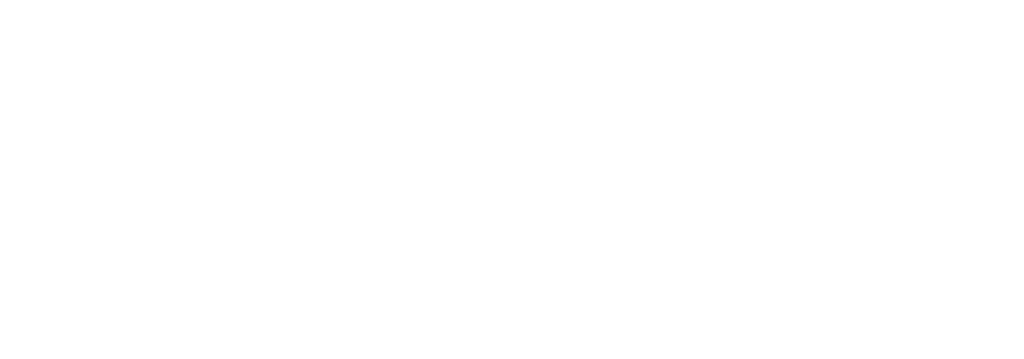
<source format=gbr>
%TF.GenerationSoftware,KiCad,Pcbnew,9.0.0*%
%TF.CreationDate,2025-06-21T12:03:02-06:00*%
%TF.ProjectId,kbd8x_mkii_kicad_9.0,6b626438-785f-46d6-9b69-695f6b696361,rev?*%
%TF.SameCoordinates,Original*%
%TF.FileFunction,Legend,Top*%
%TF.FilePolarity,Positive*%
%FSLAX46Y46*%
G04 Gerber Fmt 4.6, Leading zero omitted, Abs format (unit mm)*
G04 Created by KiCad (PCBNEW 9.0.0) date 2025-06-21 12:03:02*
%MOMM*%
%LPD*%
G01*
G04 APERTURE LIST*
%ADD10C,1.651000*%
%ADD11R,1.651000X1.651000*%
%ADD12C,0.650000*%
%ADD13O,1.000000X1.600000*%
%ADD14O,1.000000X2.100000*%
G04 APERTURE END LIST*
D10*
%TO.C,D65*%
X154781250Y46196250D03*
D11*
X154781250Y53816250D03*
%TD*%
D10*
%TO.C,D21*%
X-21431250Y22383750D03*
D11*
X-21431250Y30003750D03*
%TD*%
D10*
%TO.C,D82*%
X-35718750Y-34766250D03*
D11*
X-35718750Y-27146250D03*
%TD*%
D10*
%TO.C,D15*%
X-135731250Y22383750D03*
D11*
X-135731250Y30003750D03*
%TD*%
D10*
%TO.C,D73*%
X116681250Y-53816250D03*
D11*
X116681250Y-46196250D03*
%TD*%
D10*
%TO.C,D16*%
X-116681250Y22383750D03*
D11*
X-116681250Y30003750D03*
%TD*%
D10*
%TO.C,D8*%
X-11906250Y46196250D03*
D11*
X-11906250Y53816250D03*
%TD*%
D10*
%TO.C,D86*%
X40481250Y-34766250D03*
D11*
X40481250Y-27146250D03*
%TD*%
D10*
%TO.C,D23*%
X16668750Y22383750D03*
D11*
X16668750Y30003750D03*
%TD*%
D10*
%TO.C,D27*%
X87153750Y35718750D03*
D11*
X79533750Y35718750D03*
%TD*%
D10*
%TO.C,D56*%
X-150018750Y-53816250D03*
D11*
X-150018750Y-46196250D03*
%TD*%
D10*
%TO.C,D17*%
X-97631250Y22383750D03*
D11*
X-97631250Y30003750D03*
%TD*%
D10*
%TO.C,D31*%
X-107156250Y3333750D03*
D11*
X-107156250Y10953750D03*
%TD*%
D10*
%TO.C,D75*%
X154781250Y-53816250D03*
D11*
X154781250Y-46196250D03*
%TD*%
D10*
%TO.C,D4*%
X-97631250Y46196250D03*
D11*
X-97631250Y53816250D03*
%TD*%
D10*
%TO.C,D60*%
X59531250Y-53816250D03*
D11*
X59531250Y-46196250D03*
%TD*%
D10*
%TO.C,D38*%
X26193750Y3333750D03*
D11*
X26193750Y10953750D03*
%TD*%
D10*
%TO.C,D51*%
X11906250Y-15716250D03*
D11*
X11906250Y-8096250D03*
%TD*%
D10*
%TO.C,D40*%
X64293750Y3333750D03*
D11*
X64293750Y10953750D03*
%TD*%
D10*
%TO.C,D83*%
X-16668750Y-34766250D03*
D11*
X-16668750Y-27146250D03*
%TD*%
D10*
%TO.C,D13*%
X92868750Y46196250D03*
D11*
X92868750Y53816250D03*
%TD*%
D10*
%TO.C,D62*%
X107156250Y-53816250D03*
D11*
X107156250Y-46196250D03*
%TD*%
D10*
%TO.C,D37*%
X7143750Y3333750D03*
D11*
X7143750Y10953750D03*
%TD*%
D10*
%TO.C,D42*%
X80962500Y-15716250D03*
D11*
X80962500Y-8096250D03*
%TD*%
D10*
%TO.C,D63*%
X130016250Y40481250D03*
D11*
X122396250Y40481250D03*
%TD*%
D10*
%TO.C,D53*%
X50006250Y-15716250D03*
D11*
X50006250Y-8096250D03*
%TD*%
D10*
%TO.C,D25*%
X54768750Y22383750D03*
D11*
X54768750Y30003750D03*
%TD*%
D10*
%TO.C,D3*%
X-116681250Y46196250D03*
D11*
X-116681250Y53816250D03*
%TD*%
D10*
%TO.C,D84*%
X2381250Y-34766250D03*
D11*
X2381250Y-27146250D03*
%TD*%
D10*
%TO.C,D44*%
X-121443750Y-15716250D03*
D11*
X-121443750Y-8096250D03*
%TD*%
D10*
%TO.C,D34*%
X-50006250Y3333750D03*
D11*
X-50006250Y10953750D03*
%TD*%
D10*
%TO.C,D71*%
X154781250Y3333750D03*
D11*
X154781250Y10953750D03*
%TD*%
D10*
%TO.C,D87*%
X59531250Y-34766250D03*
D11*
X59531250Y-27146250D03*
%TD*%
D10*
%TO.C,D89*%
X95250000Y-34766250D03*
D11*
X95250000Y-27146250D03*
%TD*%
D10*
%TO.C,D29*%
X-150018750Y3333750D03*
D11*
X-150018750Y10953750D03*
%TD*%
D10*
%TO.C,D49*%
X-26193750Y-15716250D03*
D11*
X-26193750Y-8096250D03*
%TD*%
D10*
%TO.C,D20*%
X-40481250Y22383750D03*
D11*
X-40481250Y30003750D03*
%TD*%
D10*
%TO.C,D32*%
X-88106250Y3333750D03*
D11*
X-88106250Y10953750D03*
%TD*%
D10*
%TO.C,D39*%
X45243750Y3333750D03*
D11*
X45243750Y10953750D03*
%TD*%
D10*
%TO.C,D26*%
X73818750Y22383750D03*
D11*
X73818750Y30003750D03*
%TD*%
D10*
%TO.C,D14*%
X-154781250Y22383750D03*
D11*
X-154781250Y30003750D03*
%TD*%
D10*
%TO.C,D67*%
X135731250Y22383750D03*
D11*
X135731250Y30003750D03*
%TD*%
D10*
%TO.C,D30*%
X-126206250Y3333750D03*
D11*
X-126206250Y10953750D03*
%TD*%
D10*
%TO.C,D41*%
X83343750Y3333750D03*
D11*
X83343750Y10953750D03*
%TD*%
D10*
%TO.C,D43*%
X-147637500Y-15716250D03*
D11*
X-147637500Y-8096250D03*
%TD*%
D10*
%TO.C,D78*%
X-111918750Y-34766250D03*
D11*
X-111918750Y-27146250D03*
%TD*%
D10*
%TO.C,D12*%
X73818750Y46196250D03*
D11*
X73818750Y53816250D03*
%TD*%
D10*
%TO.C,D7*%
X-30956250Y46196250D03*
D11*
X-30956250Y53816250D03*
%TD*%
D10*
%TO.C,D2*%
X-135731250Y46196250D03*
D11*
X-135731250Y53816250D03*
%TD*%
D10*
%TO.C,D50*%
X-7143750Y-15716250D03*
D11*
X-7143750Y-8096250D03*
%TD*%
D10*
%TO.C,D9*%
X7143750Y46196250D03*
D11*
X7143750Y53816250D03*
%TD*%
D10*
%TO.C,D1*%
X-154781250Y46196250D03*
D11*
X-154781250Y53816250D03*
%TD*%
D10*
%TO.C,D54*%
X69056250Y-15716250D03*
D11*
X69056250Y-8096250D03*
%TD*%
D10*
%TO.C,D47*%
X-64293750Y-15716250D03*
D11*
X-64293750Y-8096250D03*
%TD*%
D10*
%TO.C,D24*%
X35718750Y22383750D03*
D11*
X35718750Y30003750D03*
%TD*%
D10*
%TO.C,D74*%
X135731250Y-53816250D03*
D11*
X135731250Y-46196250D03*
%TD*%
D10*
%TO.C,D68*%
X154781250Y22383750D03*
D11*
X154781250Y30003750D03*
%TD*%
D10*
%TO.C,D11*%
X54768750Y46196250D03*
D11*
X54768750Y53816250D03*
%TD*%
D10*
%TO.C,D46*%
X-83343750Y-15716250D03*
D11*
X-83343750Y-8096250D03*
%TD*%
D10*
%TO.C,D10*%
X35718750Y46196250D03*
D11*
X35718750Y53816250D03*
%TD*%
D10*
%TO.C,D28*%
X106203750Y35718750D03*
D11*
X98583750Y35718750D03*
%TD*%
D10*
%TO.C,D55*%
X107156250Y3333750D03*
D11*
X107156250Y10953750D03*
%TD*%
D10*
%TO.C,D61*%
X83343750Y-53816250D03*
D11*
X83343750Y-46196250D03*
%TD*%
D10*
%TO.C,D33*%
X-69056250Y3333750D03*
D11*
X-69056250Y10953750D03*
%TD*%
D10*
%TO.C,D80*%
X-73818750Y-34766250D03*
D11*
X-73818750Y-27146250D03*
%TD*%
D10*
%TO.C,D22*%
X-2381250Y22383750D03*
D11*
X-2381250Y30003750D03*
%TD*%
D10*
%TO.C,D36*%
X-11906250Y3333750D03*
D11*
X-11906250Y10953750D03*
%TD*%
D10*
%TO.C,D18*%
X-78581250Y22383750D03*
D11*
X-78581250Y30003750D03*
%TD*%
D10*
%TO.C,D64*%
X135731250Y46196250D03*
D11*
X135731250Y53816250D03*
%TD*%
D10*
%TO.C,D72*%
X135731250Y-34766250D03*
D11*
X135731250Y-27146250D03*
%TD*%
D10*
%TO.C,D59*%
X-21431250Y-53816250D03*
D11*
X-21431250Y-46196250D03*
%TD*%
D10*
%TO.C,D70*%
X135731250Y3333750D03*
D11*
X135731250Y10953750D03*
%TD*%
D10*
%TO.C,D79*%
X-92868750Y-34766250D03*
D11*
X-92868750Y-27146250D03*
%TD*%
D10*
%TO.C,D85*%
X21431250Y-34766250D03*
D11*
X21431250Y-27146250D03*
%TD*%
D10*
%TO.C,D57*%
X-126206250Y-53816250D03*
D11*
X-126206250Y-46196250D03*
%TD*%
D10*
%TO.C,D81*%
X-54768750Y-34766250D03*
D11*
X-54768750Y-27146250D03*
%TD*%
D10*
%TO.C,D45*%
X-102393750Y-15716250D03*
D11*
X-102393750Y-8096250D03*
%TD*%
D10*
%TO.C,D66*%
X130016250Y35718750D03*
D11*
X122396250Y35718750D03*
%TD*%
D10*
%TO.C,D52*%
X30956250Y-15716250D03*
D11*
X30956250Y-8096250D03*
%TD*%
D10*
%TO.C,D58*%
X-102393750Y-53816250D03*
D11*
X-102393750Y-46196250D03*
%TD*%
D10*
%TO.C,D6*%
X-50006250Y46196250D03*
D11*
X-50006250Y53816250D03*
%TD*%
D10*
%TO.C,D77*%
X-142875000Y-34766250D03*
D11*
X-142875000Y-27146250D03*
%TD*%
D10*
%TO.C,D48*%
X-45243750Y-15716250D03*
D11*
X-45243750Y-8096250D03*
%TD*%
D10*
%TO.C,D69*%
X130016250Y-2381250D03*
D11*
X122396250Y-2381250D03*
%TD*%
D10*
%TO.C,D5*%
X-78581250Y46196250D03*
D11*
X-78581250Y53816250D03*
%TD*%
D10*
%TO.C,D19*%
X-59531250Y22383750D03*
D11*
X-59531250Y30003750D03*
%TD*%
D10*
%TO.C,D35*%
X-30956250Y3333750D03*
D11*
X-30956250Y10953750D03*
%TD*%
%LPC*%
D10*
%TO.C,D65*%
X154781250Y46196250D03*
D11*
X154781250Y53816250D03*
%TD*%
D10*
%TO.C,D21*%
X-21431250Y22383750D03*
D11*
X-21431250Y30003750D03*
%TD*%
D10*
%TO.C,D82*%
X-35718750Y-34766250D03*
D11*
X-35718750Y-27146250D03*
%TD*%
D10*
%TO.C,D15*%
X-135731250Y22383750D03*
D11*
X-135731250Y30003750D03*
%TD*%
D10*
%TO.C,D73*%
X116681250Y-53816250D03*
D11*
X116681250Y-46196250D03*
%TD*%
D10*
%TO.C,D16*%
X-116681250Y22383750D03*
D11*
X-116681250Y30003750D03*
%TD*%
D10*
%TO.C,D8*%
X-11906250Y46196250D03*
D11*
X-11906250Y53816250D03*
%TD*%
D10*
%TO.C,D86*%
X40481250Y-34766250D03*
D11*
X40481250Y-27146250D03*
%TD*%
D10*
%TO.C,D23*%
X16668750Y22383750D03*
D11*
X16668750Y30003750D03*
%TD*%
D10*
%TO.C,D27*%
X87153750Y35718750D03*
D11*
X79533750Y35718750D03*
%TD*%
D10*
%TO.C,D56*%
X-150018750Y-53816250D03*
D11*
X-150018750Y-46196250D03*
%TD*%
D10*
%TO.C,D17*%
X-97631250Y22383750D03*
D11*
X-97631250Y30003750D03*
%TD*%
D10*
%TO.C,D31*%
X-107156250Y3333750D03*
D11*
X-107156250Y10953750D03*
%TD*%
D10*
%TO.C,D75*%
X154781250Y-53816250D03*
D11*
X154781250Y-46196250D03*
%TD*%
D10*
%TO.C,D4*%
X-97631250Y46196250D03*
D11*
X-97631250Y53816250D03*
%TD*%
D10*
%TO.C,D60*%
X59531250Y-53816250D03*
D11*
X59531250Y-46196250D03*
%TD*%
D10*
%TO.C,D38*%
X26193750Y3333750D03*
D11*
X26193750Y10953750D03*
%TD*%
D10*
%TO.C,D51*%
X11906250Y-15716250D03*
D11*
X11906250Y-8096250D03*
%TD*%
D10*
%TO.C,D40*%
X64293750Y3333750D03*
D11*
X64293750Y10953750D03*
%TD*%
D10*
%TO.C,D83*%
X-16668750Y-34766250D03*
D11*
X-16668750Y-27146250D03*
%TD*%
D10*
%TO.C,D13*%
X92868750Y46196250D03*
D11*
X92868750Y53816250D03*
%TD*%
D10*
%TO.C,D62*%
X107156250Y-53816250D03*
D11*
X107156250Y-46196250D03*
%TD*%
D10*
%TO.C,D37*%
X7143750Y3333750D03*
D11*
X7143750Y10953750D03*
%TD*%
D10*
%TO.C,D42*%
X80962500Y-15716250D03*
D11*
X80962500Y-8096250D03*
%TD*%
D10*
%TO.C,D63*%
X130016250Y40481250D03*
D11*
X122396250Y40481250D03*
%TD*%
D10*
%TO.C,D53*%
X50006250Y-15716250D03*
D11*
X50006250Y-8096250D03*
%TD*%
D10*
%TO.C,D25*%
X54768750Y22383750D03*
D11*
X54768750Y30003750D03*
%TD*%
D10*
%TO.C,D3*%
X-116681250Y46196250D03*
D11*
X-116681250Y53816250D03*
%TD*%
D10*
%TO.C,D84*%
X2381250Y-34766250D03*
D11*
X2381250Y-27146250D03*
%TD*%
D10*
%TO.C,D44*%
X-121443750Y-15716250D03*
D11*
X-121443750Y-8096250D03*
%TD*%
D10*
%TO.C,D34*%
X-50006250Y3333750D03*
D11*
X-50006250Y10953750D03*
%TD*%
D12*
%TO.C,USB1*%
X111409875Y55725250D03*
X117189875Y55725250D03*
D13*
X109979875Y59375250D03*
D14*
X109979875Y55195250D03*
D13*
X118619875Y59375250D03*
D14*
X118619875Y55195250D03*
%TD*%
D10*
%TO.C,D71*%
X154781250Y3333750D03*
D11*
X154781250Y10953750D03*
%TD*%
D10*
%TO.C,D87*%
X59531250Y-34766250D03*
D11*
X59531250Y-27146250D03*
%TD*%
D10*
%TO.C,D89*%
X95250000Y-34766250D03*
D11*
X95250000Y-27146250D03*
%TD*%
D10*
%TO.C,D29*%
X-150018750Y3333750D03*
D11*
X-150018750Y10953750D03*
%TD*%
D10*
%TO.C,D49*%
X-26193750Y-15716250D03*
D11*
X-26193750Y-8096250D03*
%TD*%
D10*
%TO.C,D20*%
X-40481250Y22383750D03*
D11*
X-40481250Y30003750D03*
%TD*%
D10*
%TO.C,D32*%
X-88106250Y3333750D03*
D11*
X-88106250Y10953750D03*
%TD*%
D10*
%TO.C,D39*%
X45243750Y3333750D03*
D11*
X45243750Y10953750D03*
%TD*%
D10*
%TO.C,D26*%
X73818750Y22383750D03*
D11*
X73818750Y30003750D03*
%TD*%
D10*
%TO.C,D14*%
X-154781250Y22383750D03*
D11*
X-154781250Y30003750D03*
%TD*%
D10*
%TO.C,D67*%
X135731250Y22383750D03*
D11*
X135731250Y30003750D03*
%TD*%
D10*
%TO.C,D30*%
X-126206250Y3333750D03*
D11*
X-126206250Y10953750D03*
%TD*%
D10*
%TO.C,D41*%
X83343750Y3333750D03*
D11*
X83343750Y10953750D03*
%TD*%
D10*
%TO.C,D43*%
X-147637500Y-15716250D03*
D11*
X-147637500Y-8096250D03*
%TD*%
D10*
%TO.C,D78*%
X-111918750Y-34766250D03*
D11*
X-111918750Y-27146250D03*
%TD*%
D10*
%TO.C,D12*%
X73818750Y46196250D03*
D11*
X73818750Y53816250D03*
%TD*%
D10*
%TO.C,D7*%
X-30956250Y46196250D03*
D11*
X-30956250Y53816250D03*
%TD*%
D10*
%TO.C,D2*%
X-135731250Y46196250D03*
D11*
X-135731250Y53816250D03*
%TD*%
D10*
%TO.C,D50*%
X-7143750Y-15716250D03*
D11*
X-7143750Y-8096250D03*
%TD*%
D10*
%TO.C,D9*%
X7143750Y46196250D03*
D11*
X7143750Y53816250D03*
%TD*%
D10*
%TO.C,D1*%
X-154781250Y46196250D03*
D11*
X-154781250Y53816250D03*
%TD*%
D10*
%TO.C,D54*%
X69056250Y-15716250D03*
D11*
X69056250Y-8096250D03*
%TD*%
D10*
%TO.C,D47*%
X-64293750Y-15716250D03*
D11*
X-64293750Y-8096250D03*
%TD*%
D10*
%TO.C,D24*%
X35718750Y22383750D03*
D11*
X35718750Y30003750D03*
%TD*%
D10*
%TO.C,D74*%
X135731250Y-53816250D03*
D11*
X135731250Y-46196250D03*
%TD*%
D10*
%TO.C,D68*%
X154781250Y22383750D03*
D11*
X154781250Y30003750D03*
%TD*%
D10*
%TO.C,D11*%
X54768750Y46196250D03*
D11*
X54768750Y53816250D03*
%TD*%
D10*
%TO.C,D46*%
X-83343750Y-15716250D03*
D11*
X-83343750Y-8096250D03*
%TD*%
D10*
%TO.C,D10*%
X35718750Y46196250D03*
D11*
X35718750Y53816250D03*
%TD*%
D10*
%TO.C,D28*%
X106203750Y35718750D03*
D11*
X98583750Y35718750D03*
%TD*%
D10*
%TO.C,D55*%
X107156250Y3333750D03*
D11*
X107156250Y10953750D03*
%TD*%
D10*
%TO.C,D61*%
X83343750Y-53816250D03*
D11*
X83343750Y-46196250D03*
%TD*%
D10*
%TO.C,D33*%
X-69056250Y3333750D03*
D11*
X-69056250Y10953750D03*
%TD*%
D10*
%TO.C,D80*%
X-73818750Y-34766250D03*
D11*
X-73818750Y-27146250D03*
%TD*%
D10*
%TO.C,D22*%
X-2381250Y22383750D03*
D11*
X-2381250Y30003750D03*
%TD*%
D10*
%TO.C,D36*%
X-11906250Y3333750D03*
D11*
X-11906250Y10953750D03*
%TD*%
D10*
%TO.C,D18*%
X-78581250Y22383750D03*
D11*
X-78581250Y30003750D03*
%TD*%
D10*
%TO.C,D64*%
X135731250Y46196250D03*
D11*
X135731250Y53816250D03*
%TD*%
D10*
%TO.C,D72*%
X135731250Y-34766250D03*
D11*
X135731250Y-27146250D03*
%TD*%
D10*
%TO.C,D59*%
X-21431250Y-53816250D03*
D11*
X-21431250Y-46196250D03*
%TD*%
D10*
%TO.C,D70*%
X135731250Y3333750D03*
D11*
X135731250Y10953750D03*
%TD*%
D10*
%TO.C,D79*%
X-92868750Y-34766250D03*
D11*
X-92868750Y-27146250D03*
%TD*%
D10*
%TO.C,D85*%
X21431250Y-34766250D03*
D11*
X21431250Y-27146250D03*
%TD*%
D10*
%TO.C,D57*%
X-126206250Y-53816250D03*
D11*
X-126206250Y-46196250D03*
%TD*%
D10*
%TO.C,D81*%
X-54768750Y-34766250D03*
D11*
X-54768750Y-27146250D03*
%TD*%
D10*
%TO.C,D45*%
X-102393750Y-15716250D03*
D11*
X-102393750Y-8096250D03*
%TD*%
D10*
%TO.C,D66*%
X130016250Y35718750D03*
D11*
X122396250Y35718750D03*
%TD*%
D10*
%TO.C,D52*%
X30956250Y-15716250D03*
D11*
X30956250Y-8096250D03*
%TD*%
D10*
%TO.C,D58*%
X-102393750Y-53816250D03*
D11*
X-102393750Y-46196250D03*
%TD*%
D10*
%TO.C,D6*%
X-50006250Y46196250D03*
D11*
X-50006250Y53816250D03*
%TD*%
D10*
%TO.C,D77*%
X-142875000Y-34766250D03*
D11*
X-142875000Y-27146250D03*
%TD*%
D10*
%TO.C,D48*%
X-45243750Y-15716250D03*
D11*
X-45243750Y-8096250D03*
%TD*%
D10*
%TO.C,D69*%
X130016250Y-2381250D03*
D11*
X122396250Y-2381250D03*
%TD*%
D10*
%TO.C,D5*%
X-78581250Y46196250D03*
D11*
X-78581250Y53816250D03*
%TD*%
D10*
%TO.C,D19*%
X-59531250Y22383750D03*
D11*
X-59531250Y30003750D03*
%TD*%
D10*
%TO.C,D35*%
X-30956250Y3333750D03*
D11*
X-30956250Y10953750D03*
%TD*%
%LPD*%
M02*

</source>
